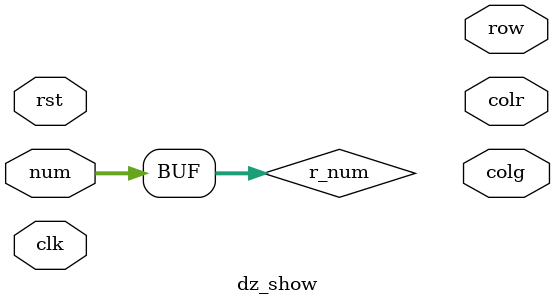
<source format=v>
module dz_show(
    input clk,
    input rst,//¸ß¸´Î»
    input wire[2:0] num,
    output reg [7:0] row, colr, colg
);

reg [2:0] r_num, dz_num;

assign r_num = num;


//Èý¶Î×´Ì¬»ú
always @(posedge clk or posedge rst)
begin
    if(rst)
        dz_num <= 3'd0;
    else
        dz_num <= r_num;
end

endmodule
</source>
